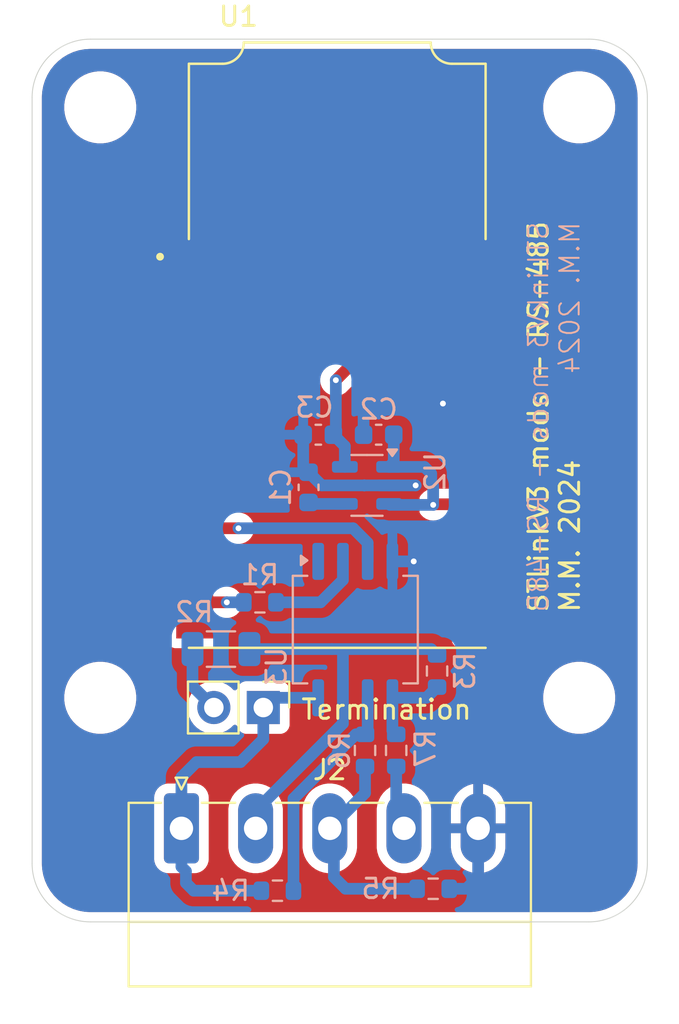
<source format=kicad_pcb>
(kicad_pcb (version 20240108) (generator "pcbnew") (generator_version "8.0")
  (layers (0 "F.Cu" signal) (31 "B.Cu" signal) (34 "B.Paste" user) (35 "F.Paste" user) (36 "B.SilkS" user "B.Silkscreen") (37 "F.SilkS" user "F.Silkscreen") (38 "B.Mask" user) (39 "F.Mask" user) (44 "Edge.Cuts" user))
  (net 0 "")
  (net 1 "GND")
  (net 2 "+5V")
  (net 3 "+3V3")
  (net 4 "Net-(J1-Pin_1)")
  (net 5 "Net-(J1-Pin_2)")
  (net 6 "Net-(J2-Pin_4)")
  (net 7 "Net-(J2-Pin_2)")
  (net 8 "Net-(J2-Pin_3)")
  (net 9 "RX")
  (net 10 "Net-(R1-Pad2)")
  (net 32 "TX")
  (net 34 "/MIC5205_BYPASS")
  (net 35 "Net-(U3-Y)")
  (net 36 "Net-(U3-Z)")
  (footprint "Connector_Phoenix_MC:PhoenixContact_MC_1,5_5-G-3.81_1x05_P3.81mm_Horizontal" (layer "F.Cu") (at 7.67 40.5)
    (property "Reference" "J2" (at 7.62 -3 0) (layer "F.SilkS"))
    (property "Value" "Conn_01x05_Pin")
    (fp_line (start -2.71 -1.31) (end -2.71 8.11) (stroke (width 0.12)) (layer "F.SilkS"))
    (fp_line (start -2.71 -1.31) (end -1.05 -1.31) (stroke (width 0.12)) (layer "F.SilkS"))
    (fp_line (start -2.71 4.8) (end 17.95 4.8) (stroke (width 0.12)) (layer "F.SilkS"))
    (fp_line (start -2.71 8.11) (end 17.95 8.11) (stroke (width 0.12)) (layer "F.SilkS"))
    (fp_line (start -0.3 -2.6) (end 0.3 -2.6) (stroke (width 0.12)) (layer "F.SilkS"))
    (fp_line (start 0 -2) (end -0.3 -2.6) (stroke (width 0.12)) (layer "F.SilkS"))
    (fp_line (start 0.3 -2.6) (end 0 -2) (stroke (width 0.12)) (layer "F.SilkS"))
    (fp_line (start 1.05 -1.31) (end 2.76 -1.31) (stroke (width 0.12)) (layer "F.SilkS"))
    (fp_line (start 4.86 -1.31) (end 6.57 -1.31) (stroke (width 0.12)) (layer "F.SilkS"))
    (fp_line (start 8.67 -1.31) (end 10.38 -1.31) (stroke (width 0.12)) (layer "F.SilkS"))
    (fp_line (start 12.48 -1.31) (end 14.19 -1.31) (stroke (width 0.12)) (layer "F.SilkS"))
    (fp_line (start 17.95 -1.31) (end 16.29 -1.31) (stroke (width 0.12)) (layer "F.SilkS"))
    (fp_line (start 17.95 8.11) (end 17.95 -1.31) (stroke (width 0.12)) (layer "F.SilkS"))
    (pad "1" thru_hole roundrect (at 0 0) (size 1.8 3.6) (drill 1.2) (layers "*.Cu" "*.Mask") (roundrect_rratio 0.138889) (net 4 "Net-(J1-Pin_1)"))
    (pad "2" thru_hole oval (at 3.81 0) (size 1.8 3.6) (drill 1.2) (layers "*.Cu" "*.Mask") (net 7 "Net-(J2-Pin_2)"))
    (pad "3" thru_hole oval (at 7.62 0) (size 1.8 3.6) (drill 1.2) (layers "*.Cu" "*.Mask") (net 8 "Net-(J2-Pin_3)"))
    (pad "4" thru_hole oval (at 11.43 0) (size 1.8 3.6) (drill 1.2) (layers "*.Cu" "*.Mask") (net 6 "Net-(J2-Pin_4)"))
    (pad "5" thru_hole oval (at 15.24 0) (size 1.8 3.6) (drill 1.2) (layers "*.Cu" "*.Mask") (net 1 "GND"))
  )
  (footprint "MountingHole:MountingHole_3.2mm_M3" (layer "F.Cu") (at 3.5 3.5)
    (property "Reference" "H1" (hide yes))
    (property "Value" "MountingHole")
    (pad "" np_thru_hole circle (at 0 0) (size 3.2 3.2) (drill 3.2) (layers "*.Cu" "*.Mask"))
  )
  (footprint "MountingHole:MountingHole_3.2mm_M3" (layer "F.Cu") (at 28.1 33.8)
    (property "Reference" "H4" (hide yes))
    (property "Value" "MountingHole")
    (pad "" np_thru_hole circle (at 0 0) (size 3.2 3.2) (drill 3.2) (layers "*.Cu" "*.Mask"))
  )
  (footprint "footprints:MODULE_STLINK-V3MODS" (layer "F.Cu") (at 15.6725 1.264)
    (property "Reference" "U1" (at -5.075 -2.425 0) (layer "F.SilkS"))
    (property "Value" "STLINK-V3MODS")
    (fp_line (start -7.62 0) (end -5.8928 0) (stroke (width 0.127)) (layer "F.SilkS"))
    (fp_line (start -7.62 8.9948) (end -7.62 0) (stroke (width 0.127)) (layer "F.SilkS"))
    (fp_line (start -7.62 29.972) (end 7.62 29.972) (stroke (width 0.127)) (layer "F.SilkS"))
    (fp_line (start -4.8006 -1.0922) (end 4.8006 -1.0922) (stroke (width 0.127)) (layer "F.SilkS"))
    (fp_line (start 5.8928 0) (end 7.62 0) (stroke (width 0.127)) (layer "F.SilkS"))
    (fp_line (start 7.62 8.9948) (end 7.62 0) (stroke (width 0.127)) (layer "F.SilkS"))
    (fp_arc (start -4.8006 -1.0922) (mid -5.120498 -0.319898) (end -5.8928 0) (stroke (width 0.127)) (layer "F.SilkS"))
    (fp_arc (start 5.8928 0) (mid 5.120498 -0.319898) (end 4.8006 -1.0922) (stroke (width 0.127)) (layer "F.SilkS"))
    (fp_circle (center -9.1 9.9) (end -9 9.9) (stroke (width 0.2)) (fill none) (layer "F.SilkS"))
    (pad "1" smd rect (at -7.32003 9.906) (size 1.89992 1.0701) (layers "F.Cu" "F.Paste" "F.Mask"))
    (pad "2" smd rect (at -7.32003 11.176) (size 1.89992 1.0701) (layers "F.Cu" "F.Paste" "F.Mask"))
    (pad "3" smd rect (at -7.32003 12.446) (size 1.89992 1.0701) (layers "F.Cu" "F.Paste" "F.Mask"))
    (pad "4" smd rect (at -7.32003 13.716) (size 1.89992 1.0701) (layers "F.Cu" "F.Paste" "F.Mask"))
    (pad "5" smd rect (at -7.32003 14.986) (size 1.89992 1.0701) (layers "F.Cu" "F.Paste" "F.Mask") (net 1 "GND"))
    (pad "6" smd rect (at -7.32003 16.256) (size 1.89992 1.0701) (layers "F.Cu" "F.Paste" "F.Mask"))
    (pad "7" smd rect (at -7.32003 17.526) (size 1.89992 1.0701) (layers "F.Cu" "F.Paste" "F.Mask"))
    (pad "8" smd rect (at -7.32003 18.796) (size 1.89992 1.0701) (layers "F.Cu" "F.Paste" "F.Mask") (net 1 "GND"))
    (pad "9" smd rect (at -7.32003 20.066) (size 1.89992 1.0701) (layers "F.Cu" "F.Paste" "F.Mask"))
    (pad "10" smd rect (at -7.32003 21.336) (size 1.89992 1.0701) (layers "F.Cu" "F.Paste" "F.Mask"))
    (pad "11" smd rect (at -7.32003 22.606) (size 1.89992 1.0701) (layers "F.Cu" "F.Paste" "F.Mask"))
    (pad "12" smd rect (at -7.32003 23.876) (size 1.89992 1.0701) (layers "F.Cu" "F.Paste" "F.Mask") (net 32 "TX"))
    (pad "13" smd rect (at -7.32003 25.146) (size 1.89992 1.0701) (layers "F.Cu" "F.Paste" "F.Mask"))
    (pad "14" smd rect (at -7.32003 26.416) (size 1.89992 1.0701) (layers "F.Cu" "F.Paste" "F.Mask"))
    (pad "15" smd rect (at -7.32003 27.686) (size 1.89992 1.0701) (layers "F.Cu" "F.Paste" "F.Mask") (net 9 "RX"))
    (pad "16" smd rect (at -7.32003 28.956) (size 1.89992 1.0701) (layers "F.Cu" "F.Paste" "F.Mask"))
    (pad "17" smd rect (at 7.32003 28.956 180) (size 1.89992 1.0701) (layers "F.Cu" "F.Paste" "F.Mask"))
    (pad "18" smd rect (at 7.32003 27.686 180) (size 1.89992 1.0701) (layers "F.Cu" "F.Paste" "F.Mask"))
    (pad "19" smd rect (at 7.32003 26.416 180) (size 1.89992 1.0701) (layers "F.Cu" "F.Paste" "F.Mask"))
    (pad "20" smd rect (at 7.32003 25.146 180) (size 1.89992 1.0701) (layers "F.Cu" "F.Paste" "F.Mask"))
    (pad "21" smd rect (at 7.32003 23.876 180) (size 1.89992 1.0701) (layers "F.Cu" "F.Paste" "F.Mask"))
    (pad "22" smd rect (at 7.32003 22.606 180) (size 1.89992 1.0701) (layers "F.Cu" "F.Paste" "F.Mask") (net 2 "+5V"))
    (pad "23" smd rect (at 7.32003 21.336 180) (size 1.89992 1.0701) (layers "F.Cu" "F.Paste" "F.Mask"))
    (pad "24" smd rect (at 7.32003 20.066 180) (size 1.89992 1.0701) (layers "F.Cu" "F.Paste" "F.Mask") (net 1 "GND"))
    (pad "25" smd rect (at 7.32003 18.796 180) (size 1.89992 1.0701) (layers "F.Cu" "F.Paste" "F.Mask"))
    (pad "26" smd rect (at 7.32003 17.526 180) (size 1.89992 1.0701) (layers "F.Cu" "F.Paste" "F.Mask") (net 1 "GND"))
    (pad "27" smd rect (at 7.32003 16.256 180) (size 1.89992 1.0701) (layers "F.Cu" "F.Paste" "F.Mask") (net 1 "GND"))
    (pad "28" smd rect (at 7.32003 14.986 180) (size 1.89992 1.0701) (layers "F.Cu" "F.Paste" "F.Mask"))
    (pad "29" smd rect (at 7.32003 13.716 180) (size 1.89992 1.0701) (layers "F.Cu" "F.Paste" "F.Mask") (net 1 "GND"))
    (pad "30" smd rect (at 7.32003 12.446 180) (size 1.89992 1.0701) (layers "F.Cu" "F.Paste" "F.Mask") (net 3 "+3V3"))
    (pad "31" smd rect (at 7.32003 11.176 180) (size 1.89992 1.0701) (layers "F.Cu" "F.Paste" "F.Mask"))
    (pad "32" smd rect (at 7.32003 9.906 180) (size 1.89992 1.0701) (layers "F.Cu" "F.Paste" "F.Mask"))
  )
  (footprint "MountingHole:MountingHole_3.2mm_M3" (layer "F.Cu") (at 3.5 33.8)
    (property "Reference" "H2" (hide yes))
    (property "Value" "MountingHole")
    (pad "" np_thru_hole circle (at 0 0) (size 3.2 3.2) (drill 3.2) (layers "*.Cu" "*.Mask"))
  )
  (footprint "MountingHole:MountingHole_3.2mm_M3" (layer "F.Cu") (at 28.1 3.5)
    (property "Reference" "H3" (hide yes))
    (property "Value" "MountingHole")
    (pad "" np_thru_hole circle (at 0 0) (size 3.2 3.2) (drill 3.2) (layers "*.Cu" "*.Mask"))
  )
  (footprint "Connector_PinHeader_2.54mm:PinHeader_1x02_P2.54mm_Vertical" (layer "F.Cu") (at 11.875 34.3 -90)
    (property "Reference" "J1" (hide yes))
    (property "Value" "Termination" (at 0.1 -6.325 180) (layer "F.SilkS"))
    (fp_line (start -1.33 3.87) (end 1.33 3.87) (stroke (width 0.12)) (layer "F.SilkS"))
    (fp_line (start -1.33 1.27) (end -1.33 3.87) (stroke (width 0.12)) (layer "F.SilkS"))
    (fp_line (start -1.33 1.27) (end 1.33 1.27) (stroke (width 0.12)) (layer "F.SilkS"))
    (fp_line (start 1.33 1.27) (end 1.33 3.87) (stroke (width 0.12)) (layer "F.SilkS"))
    (fp_line (start -1.33 0) (end -1.33 -1.33) (stroke (width 0.12)) (layer "F.SilkS"))
    (fp_line (start -1.33 -1.33) (end 0 -1.33) (stroke (width 0.12)) (layer "F.SilkS"))
    (pad "1" thru_hole rect (at 0 0 270) (size 1.7 1.7) (drill 1) (layers "*.Cu" "*.Mask") (net 4 "Net-(J1-Pin_1)"))
    (pad "2" thru_hole oval (at 0 2.54 270) (size 1.7 1.7) (drill 1) (layers "*.Cu" "*.Mask") (net 5 "Net-(J1-Pin_2)"))
  )
  (footprint "Resistor_SMD:R_0603_1608Metric" (layer "B.Cu") (at 11.7 28.9)
    (property "Reference" "R1" (at 0 -1.4 0) (layer "B.SilkS") (effects (justify mirror)))
    (property "Value" "33")
    (fp_line (start 0.237258 -0.5225) (end -0.237258 -0.5225) (stroke (width 0.12)) (layer "B.SilkS"))
    (fp_line (start 0.237258 0.5225) (end -0.237258 0.5225) (stroke (width 0.12)) (layer "B.SilkS"))
    (pad "1" smd roundrect (at -0.825 0) (size 0.8 0.95) (layers "B.Cu" "B.Paste" "B.Mask") (net 9 "RX"))
    (pad "2" smd roundrect (at 0.825 0) (size 0.8 0.95) (layers "B.Cu" "B.Paste" "B.Mask") (net 10 "Net-(R1-Pad2)"))
  )
  (footprint "Resistor_SMD:R_1206_3216Metric" (layer "B.Cu") (at 9.7 31.3 180)
    (property "Reference" "R2" (at 1.375 1.9 0) (layer "B.SilkS") (effects (justify mirror)))
    (property "Value" "120")
    (fp_line (start 0.727064 0.91) (end -0.727064 0.91) (stroke (width 0.12)) (layer "B.SilkS"))
    (fp_line (start 0.727064 -0.91) (end -0.727064 -0.91) (stroke (width 0.12)) (layer "B.SilkS"))
    (pad "1" smd roundrect (at -1.4625 0 180) (size 1.125 1.75) (layers "B.Cu" "B.Paste" "B.Mask") (roundrect_rratio 0.222222) (net 7 "Net-(J2-Pin_2)"))
    (pad "2" smd roundrect (at 1.4625 0 180) (size 1.125 1.75) (layers "B.Cu" "B.Paste" "B.Mask") (roundrect_rratio 0.222222) (net 5 "Net-(J1-Pin_2)"))
  )
  (footprint "Resistor_SMD:R_0603_1608Metric" (layer "B.Cu") (at 20.8 32.425 90)
    (property "Reference" "R3" (at 0 1.43 90) (layer "B.SilkS") (effects (justify mirror)))
    (property "Value" "0")
    (fp_line (start 0.237258 -0.5225) (end -0.237258 -0.5225) (stroke (width 0.12)) (layer "B.SilkS"))
    (fp_line (start 0.237258 0.5225) (end -0.237258 0.5225) (stroke (width 0.12)) (layer "B.SilkS"))
    (pad "1" smd roundrect (at -0.825 0 90) (size 0.8 0.95) (layers "B.Cu" "B.Paste" "B.Mask") (net 35 "Net-(U3-Y)"))
    (pad "2" smd roundrect (at 0.825 0 90) (size 0.8 0.95) (layers "B.Cu" "B.Paste" "B.Mask") (net 7 "Net-(J2-Pin_2)"))
  )
  (footprint "Capacitor_SMD:C_0603_1608Metric" (layer "B.Cu") (at 14.7 20.3)
    (property "Reference" "C3" (at -0.2 -1.4 0) (layer "B.SilkS") (effects (justify mirror)))
    (property "Value" "100nF")
    (fp_line (start 0.14058 -0.51) (end -0.14058 -0.51) (stroke (width 0.12)) (layer "B.SilkS"))
    (fp_line (start 0.14058 0.51) (end -0.14058 0.51) (stroke (width 0.12)) (layer "B.SilkS"))
    (pad "1" smd roundrect (at -0.775 0) (size 0.9 0.95) (layers "B.Cu" "B.Paste" "B.Mask") (net 1 "GND"))
    (pad "2" smd roundrect (at 0.775 0) (size 0.9 0.95) (layers "B.Cu" "B.Paste" "B.Mask") (net 3 "+3V3"))
  )
  (footprint "Capacitor_SMD:C_0603_1608Metric" (layer "B.Cu") (at 17.8 20.3)
    (property "Reference" "C2" (at 0 -1.3 0) (layer "B.SilkS") (effects (justify mirror)))
    (property "Value" "100nF")
    (fp_line (start 0.14058 -0.51) (end -0.14058 -0.51) (stroke (width 0.12)) (layer "B.SilkS"))
    (fp_line (start 0.14058 0.51) (end -0.14058 0.51) (stroke (width 0.12)) (layer "B.SilkS"))
    (pad "1" smd roundrect (at -0.775 0) (size 0.9 0.95) (layers "B.Cu" "B.Paste" "B.Mask") (net 1 "GND"))
    (pad "2" smd roundrect (at 0.775 0) (size 0.9 0.95) (layers "B.Cu" "B.Paste" "B.Mask") (net 2 "+5V"))
  )
  (footprint "Package_SO:SO-8_5.3x6.2mm_P1.27mm" (layer "B.Cu") (at 16.6 30.3 -90)
    (property "Reference" "U3" (at 1.9 4.05 90) (layer "B.SilkS") (effects (justify mirror)))
    (property "Value" "ISL83488IBZ-T")
    (fp_line (start -2.76 3.21) (end 0 3.21) (stroke (width 0.12)) (layer "B.SilkS"))
    (fp_line (start 2.76 3.21) (end 0 3.21) (stroke (width 0.12)) (layer "B.SilkS"))
    (fp_line (start -2.76 2.465) (end -2.76 3.21) (stroke (width 0.12)) (layer "B.SilkS"))
    (fp_line (start 2.76 2.465) (end 2.76 3.21) (stroke (width 0.12)) (layer "B.SilkS"))
    (fp_line (start -2.76 -2.465) (end -2.76 -3.21) (stroke (width 0.12)) (layer "B.SilkS"))
    (fp_line (start 2.76 -2.465) (end 2.76 -3.21) (stroke (width 0.12)) (layer "B.SilkS"))
    (fp_line (start -2.76 -3.21) (end 0 -3.21) (stroke (width 0.12)) (layer "B.SilkS"))
    (fp_line (start 2.76 -3.21) (end 0 -3.21) (stroke (width 0.12)) (layer "B.SilkS"))
    (fp_poly (pts (xy -3.55 2.465) (xy -3.79 2.795) (xy -3.31 2.795) (xy -3.55 2.465)) (stroke (width 0.12)) (fill solid) (layer "B.SilkS"))
    (pad "1" smd roundrect (at -3.5 1.905 270) (size 1.9 0.6) (layers "B.Cu" "B.Paste" "B.Mask") (net 3 "+3V3"))
    (pad "2" smd roundrect (at -3.5 0.635 270) (size 1.9 0.6) (layers "B.Cu" "B.Paste" "B.Mask") (net 10 "Net-(R1-Pad2)"))
    (pad "3" smd roundrect (at -3.5 -0.635 270) (size 1.9 0.6) (layers "B.Cu" "B.Paste" "B.Mask") (net 32 "TX"))
    (pad "4" smd roundrect (at -3.5 -1.905 270) (size 1.9 0.6) (layers "B.Cu" "B.Paste" "B.Mask") (net 1 "GND"))
    (pad "5" smd roundrect (at 3.5 -1.905 270) (size 1.9 0.6) (layers "B.Cu" "B.Paste" "B.Mask") (net 35 "Net-(U3-Y)"))
    (pad "6" smd roundrect (at 3.5 -0.635 270) (size 1.9 0.6) (layers "B.Cu" "B.Paste" "B.Mask") (net 36 "Net-(U3-Z)"))
    (pad "7" smd roundrect (at 3.5 0.635 270) (size 1.9 0.6) (layers "B.Cu" "B.Paste" "B.Mask") (net 7 "Net-(J2-Pin_2)"))
    (pad "8" smd roundrect (at 3.5 1.905 270) (size 1.9 0.6) (layers "B.Cu" "B.Paste" "B.Mask") (net 4 "Net-(J1-Pin_1)"))
  )
  (footprint "Resistor_SMD:R_0603_1608Metric" (layer "B.Cu") (at 17.1 36.5 -90)
    (property "Reference" "R6" (at 0 1.3 90) (layer "B.SilkS") (effects (justify mirror)))
    (property "Value" "0")
    (fp_line (start 0.237258 0.5225) (end -0.237258 0.5225) (stroke (width 0.12)) (layer "B.SilkS"))
    (fp_line (start 0.237258 -0.5225) (end -0.237258 -0.5225) (stroke (width 0.12)) (layer "B.SilkS"))
    (pad "1" smd roundrect (at -0.825 0 270) (size 0.8 0.95) (layers "B.Cu" "B.Paste" "B.Mask") (net 36 "Net-(U3-Z)"))
    (pad "2" smd roundrect (at 0.825 0 270) (size 0.8 0.95) (layers "B.Cu" "B.Paste" "B.Mask") (net 8 "Net-(J2-Pin_3)"))
  )
  (footprint "Package_TO_SOT_SMD:SOT-23-5" (layer "B.Cu") (at 17.2 22.9 180)
    (property "Reference" "U2" (at -3.5 0.7 -90) (layer "B.SilkS") (effects (justify mirror)))
    (property "Value" "MIC5205-3.3YM5")
    (fp_line (start 0.8 1.56) (end 0 1.56) (stroke (width 0.12)) (layer "B.SilkS"))
    (fp_line (start 0.8 -1.56) (end 0 -1.56) (stroke (width 0.12)) (layer "B.SilkS"))
    (fp_line (start -0.8 1.56) (end 0 1.56) (stroke (width 0.12)) (layer "B.SilkS"))
    (fp_line (start -0.8 -1.56) (end 0 -1.56) (stroke (width 0.12)) (layer "B.SilkS"))
    (fp_poly (pts (xy -1.3 1.51) (xy -1.54 1.84) (xy -1.06 1.84) (xy -1.3 1.51)) (stroke (width 0.12)) (fill solid) (layer "B.SilkS"))
    (pad "1" smd roundrect (at -1.1375 0.95 180) (size 1.325 0.6) (layers "B.Cu" "B.Paste" "B.Mask") (net 2 "+5V"))
    (pad "2" smd roundrect (at -1.1375 0 180) (size 1.325 0.6) (layers "B.Cu" "B.Paste" "B.Mask") (net 1 "GND"))
    (pad "3" smd roundrect (at -1.1375 -0.95 180) (size 1.325 0.6) (layers "B.Cu" "B.Paste" "B.Mask") (net 2 "+5V"))
    (pad "4" smd roundrect (at 1.1375 -0.95 180) (size 1.325 0.6) (layers "B.Cu" "B.Paste" "B.Mask") (net 34 "/MIC5205_BYPASS"))
    (pad "5" smd roundrect (at 1.1375 0.95 180) (size 1.325 0.6) (layers "B.Cu" "B.Paste" "B.Mask") (net 3 "+3V3"))
  )
  (footprint "Resistor_SMD:R_0603_1608Metric" (layer "B.Cu") (at 20.6 43.6)
    (property "Reference" "R5" (at -2.7 0 0) (layer "B.SilkS") (effects (justify mirror)))
    (property "Value" "0")
    (fp_line (start 0.237258 -0.5225) (end -0.237258 -0.5225) (stroke (width 0.12)) (layer "B.SilkS"))
    (fp_line (start 0.237258 0.5225) (end -0.237258 0.5225) (stroke (width 0.12)) (layer "B.SilkS"))
    (pad "1" smd roundrect (at -0.825 0) (size 0.8 0.95) (layers "B.Cu" "B.Paste" "B.Mask") (net 1 "GND"))
    (pad "2" smd roundrect (at 0.825 0) (size 0.8 0.95) (layers "B.Cu" "B.Paste" "B.Mask") (net 8 "Net-(J2-Pin_3)"))
  )
  (footprint "Resistor_SMD:R_0603_1608Metric" (layer "B.Cu") (at 12.6 43.7 180)
    (property "Reference" "R4" (at 2.4 0 0) (layer "B.SilkS") (effects (justify mirror)))
    (property "Value" "0")
    (fp_line (start 0.237258 0.5225) (end -0.237258 0.5225) (stroke (width 0.12)) (layer "B.SilkS"))
    (fp_line (start 0.237258 -0.5225) (end -0.237258 -0.5225) (stroke (width 0.12)) (layer "B.SilkS"))
    (pad "1" smd roundrect (at -0.825 0 180) (size 0.8 0.95) (layers "B.Cu" "B.Paste" "B.Mask") (net 36 "Net-(U3-Z)"))
    (pad "2" smd roundrect (at 0.825 0 180) (size 0.8 0.95) (layers "B.Cu" "B.Paste" "B.Mask") (net 4 "Net-(J1-Pin_1)"))
  )
  (footprint "Resistor_SMD:R_0603_1608Metric" (layer "B.Cu") (at 18.7 36.5 -90)
    (property "Reference" "R7" (at -0.1 -1.5 90) (layer "B.SilkS") (effects (justify mirror)))
    (property "Value" "0")
    (fp_line (start 0.237258 0.5225) (end -0.237258 0.5225) (stroke (width 0.12)) (layer "B.SilkS"))
    (fp_line (start 0.237258 -0.5225) (end -0.237258 -0.5225) (stroke (width 0.12)) (layer "B.SilkS"))
    (pad "1" smd roundrect (at -0.825 0 270) (size 0.8 0.95) (layers "B.Cu" "B.Paste" "B.Mask") (net 35 "Net-(U3-Y)"))
    (pad "2" smd roundrect (at 0.825 0 270) (size 0.8 0.95) (layers "B.Cu" "B.Paste" "B.Mask") (net 6 "Net-(J2-Pin_4)"))
  )
  (footprint "Capacitor_SMD:C_0603_1608Metric" (layer "B.Cu") (at 14.2 23 -90)
    (property "Reference" "C1" (at 0 1.43 90) (layer "B.SilkS") (effects (justify mirror)))
    (property "Value" "470pF")
    (fp_line (start 0.14058 0.51) (end -0.14058 0.51) (stroke (width 0.12)) (layer "B.SilkS"))
    (fp_line (start 0.14058 -0.51) (end -0.14058 -0.51) (stroke (width 0.12)) (layer "B.SilkS"))
    (pad "1" smd roundrect (at -0.775 0 270) (size 0.9 0.95) (layers "B.Cu" "B.Paste" "B.Mask") (net 1 "GND"))
    (pad "2" smd roundrect (at 0.775 0 270) (size 0.9 0.95) (layers "B.Cu" "B.Paste" "B.Mask") (net 34 "/MIC5205_BYPASS"))
  )
  (gr_line (start 31.6 42.3) (end 31.6 3) (stroke (width 0.05)) (layer "Edge.Cuts"))
  (gr_arc (start 3 45.3) (mid 0.87868 44.42132) (end 0 42.3) (stroke (width 0.05)) (layer "Edge.Cuts"))
  (gr_arc (start 0 3) (mid 0.87868 0.87868) (end 3 0) (stroke (width 0.05)) (layer "Edge.Cuts"))
  (gr_line (start 3 0) (end 28.6 0) (stroke (width 0.05)) (layer "Edge.Cuts"))
  (gr_arc (start 31.6 42.3) (mid 30.72132 44.42132) (end 28.6 45.3) (stroke (width 0.05)) (layer "Edge.Cuts"))
  (gr_line (start 0 42.3) (end 0 3) (stroke (width 0.05)) (layer "Edge.Cuts"))
  (gr_line (start 3 45.3) (end 28.6 45.3) (stroke (width 0.05)) (layer "Edge.Cuts"))
  (gr_arc (start 28.6 0) (mid 30.72132 0.87868) (end 31.6 3) (stroke (width 0.05)) (layer "Edge.Cuts"))
  (gr_text "STLinkV3 mods - RS-485\nM.M. 2024" (at 28.2 9.3 90) (layer "B.SilkS") (effects (font (size 1 1) (thickness 0.1)) (justify left bottom mirror)))
  (gr_text "STLinkV3 mods - RS-485\nM.M. 2024" (at 28.2 29.5 90) (layer "F.SilkS") (effects (font (size 1 1)) (justify left bottom)))
  (segment (start 22.99253 18.79) (end 22.99253 17.52) (width 0.6) (layer "F.Cu") (net 1))
  (segment (start 22.99253 14.98) (end 21.77752 14.98) (width 0.6) (layer "F.Cu") (net 1))
  (segment (start 21.77752 14.98) (end 21.1 15.65752) (width 0.6) (layer "F.Cu") (net 1))
  (segment (start 19.74 20.06) (end 21.1 18.7) (width 0.6) (layer "F.Cu") (net 1))
  (segment (start 8.35247 20.06) (end 11.7 20.06) (width 0.6) (layer "F.Cu") (net 1))
  (segment (start 11.7 17.1) (end 11.7 20.06) (width 0.6) (layer "F.Cu") (net 1))
  (segment (start 19.6 23) (end 19.7 22.9) (width 0.6) (layer "F.Cu") (net 1))
  (segment (start 19.7 22.9) (end 21.27 21.33) (width 0.6) (layer "F.Cu") (net 1))
  (segment (start 21.27 21.33) (end 22.99253 21.33) (width 0.6) (layer "F.Cu") (net 1))
  (segment (start 10.85 16.25) (end 11.7 17.1) (width 0.6) (layer "F.Cu") (net 1))
  (segment (start 8.35247 16.25) (end 10.85 16.25) (width 0.6) (layer "F.Cu") (net 1))
  (segment (start 21.1 18.7) (end 22.90253 18.7) (width 0.6) (layer "F.Cu") (net 1))
  (segment (start 19.6 26.8) (end 19.6 23) (width 0.6) (layer "F.Cu") (net 1))
  (segment (start 21.1 15.65752) (end 21.1 18.7) (width 0.6) (layer "F.Cu") (net 1))
  (segment (start 22.90253 18.7) (end 22.99253 18.79) (width 0.6) (layer "F.Cu") (net 1))
  (segment (start 11.7 20.06) (end 19.74 20.06) (width 0.6) (layer "F.Cu") (net 1))
  (via (at 19.6 26.8) (size 0.6) (drill 0.3) (layers "F.Cu" "B.Cu") (net 1))
  (via (at 19.7 22.9) (size 0.6) (drill 0.3) (layers "F.Cu" "B.Cu") (net 1))
  (via (at 21.1 18.7) (size 0.6) (drill 0.3) (layers "F.Cu" "B.Cu") (net 1))
  (segment (start 18.3375 22.9) (end 14.875 22.9) (width 0.6) (layer "B.Cu") (net 1))
  (segment (start 18.505 26.8) (end 19.6 26.8) (width 0.6) (layer "B.Cu") (net 1))
  (segment (start 14.875 22.9) (end 14.2 22.225) (width 0.6) (layer "B.Cu") (net 1))
  (segment (start 13.925 21.95) (end 14.2 22.225) (width 0.6) (layer "B.Cu") (net 1))
  (segment (start 22.91 42.99) (end 22.91 40.5) (width 0.6) (layer "B.Cu") (net 1))
  (segment (start 17.025 19.375) (end 17.7 18.7) (width 0.6) (layer "B.Cu") (net 1))
  (segment (start 13.925 20.3) (end 13.925 21.95) (width 0.6) (layer "B.Cu") (net 1))
  (segment (start 22.3 43.6) (end 22.91 42.99) (width 0.6) (layer "B.Cu") (net 1))
  (segment (start 21.425 43.6) (end 22.3 43.6) (width 0.6) (layer "B.Cu") (net 1))
  (segment (start 17.7 18.7) (end 21.1 18.7) (width 0.6) (layer "B.Cu") (net 1))
  (segment (start 17.025 20.3) (end 17.025 19.375) (width 0.6) (layer "B.Cu") (net 1))
  (segment (start 18.3375 22.9) (end 19.7 22.9) (width 0.6) (layer "B.Cu") (net 1))
  (segment (start 20.63 23.87) (end 20.6 23.9) (width 0.6) (layer "F.Cu") (net 2))
  (segment (start 22.99253 23.87) (end 20.63 23.87) (width 0.6) (layer "F.Cu") (net 2))
  (via (at 20.6 23.9) (size 0.6) (drill 0.3) (layers "F.Cu" "B.Cu") (net 2))
  (segment (start 20.6 22.9) (end 20.6 23.9) (width 0.6) (layer "B.Cu") (net 2))
  (segment (start 20.15 21.95) (end 20.5 22.3) (width 0.6) (layer "B.Cu") (net 2))
  (segment (start 18.3875 23.9) (end 18.3375 23.85) (width 0.6) (layer "B.Cu") (net 2))
  (segment (start 18.3375 21.95) (end 20.15 21.95) (width 0.6) (layer "B.Cu") (net 2))
  (segment (start 18.575 21.7125) (end 18.3375 21.95) (width 0.6) (layer "B.Cu") (net 2))
  (segment (start 20.5 22.8) (end 20.6 22.9) (width 0.6) (layer "B.Cu") (net 2))
  (segment (start 20.5 22.3) (end 20.5 22.8) (width 0.6) (layer "B.Cu") (net 2))
  (segment (start 20.6 23.9) (end 18.3875 23.9) (width 0.6) (layer "B.Cu") (net 2))
  (segment (start 18.575 20.3) (end 18.575 21.7125) (width 0.6) (layer "B.Cu") (net 2))
  (segment (start 19.39 13.71) (end 15.6 17.5) (width 0.6) (layer "F.Cu") (net 3))
  (segment (start 22.99253 13.71) (end 19.39 13.71) (width 0.6) (layer "F.Cu") (net 3))
  (via (at 15.6 17.5) (size 0.6) (drill 0.3) (layers "F.Cu" "B.Cu") (net 3))
  (segment (start 16.0625 21.95) (end 16.0625 20.8875) (width 0.6) (layer "B.Cu") (net 3))
  (segment (start 15.6 20.175) (end 15.475 20.3) (width 0.6) (layer "B.Cu") (net 3))
  (segment (start 15.6 17.5) (end 15.6 20.175) (width 0.6) (layer "B.Cu") (net 3))
  (segment (start 16.0625 20.8875) (end 15.475 20.3) (width 0.6) (layer "B.Cu") (net 3))
  (segment (start 7.67 42.47) (end 7.67 40.5) (width 0.6) (layer "B.Cu") (net 4))
  (segment (start 14.695 33.8) (end 12.375 33.8) (width 0.6) (layer "B.Cu") (net 4))
  (segment (start 8.3 43.7) (end 7.9 43.3) (width 0.6) (layer "B.Cu") (net 4))
  (segment (start 8.444189 37.1) (end 10.7 37.1) (width 0.6) (layer "B.Cu") (net 4))
  (segment (start 7.67 37.874189) (end 8.444189 37.1) (width 0.6) (layer "B.Cu") (net 4))
  (segment (start 7.9 42.7) (end 7.67 42.47) (width 0.6) (layer "B.Cu") (net 4))
  (segment (start 10.7 37.1) (end 11.875 35.925) (width 0.6) (layer "B.Cu") (net 4))
  (segment (start 7.9 43.3) (end 7.9 42.7) (width 0.6) (layer "B.Cu") (net 4))
  (segment (start 12.375 33.8) (end 11.875 34.3) (width 0.6) (layer "B.Cu") (net 4))
  (segment (start 11.875 35.925) (end 11.875 34.3) (width 0.6) (layer "B.Cu") (net 4))
  (segment (start 11.775 43.7) (end 8.3 43.7) (width 0.6) (layer "B.Cu") (net 4))
  (segment (start 7.67 40.5) (end 7.67 37.874189) (width 0.6) (layer "B.Cu") (net 4))
  (segment (start 8.2375 31.3) (end 8.2375 33.2025) (width 0.6) (layer "B.Cu") (net 5))
  (segment (start 8.2375 33.2025) (end 9.335 34.3) (width 0.6) (layer "B.Cu") (net 5))
  (segment (start 18.7 40.1) (end 19.1 40.5) (width 0.6) (layer "B.Cu") (net 6))
  (segment (start 18.7 37.325) (end 18.7 40.1) (width 0.6) (layer "B.Cu") (net 6))
  (segment (start 11.48 40.5) (end 11.48 39.6) (width 0.6) (layer "B.Cu") (net 7))
  (segment (start 20.5 31.3) (end 15.4 31.3) (width 0.6) (layer "B.Cu") (net 7))
  (segment (start 15.965 31.335) (end 15.965 33.8) (width 0.6) (layer "B.Cu") (net 7))
  (segment (start 11.48 39.6) (end 15.965 35.115) (width 0.6) (layer "B.Cu") (net 7))
  (segment (start 15.965 35.115) (end 15.965 33.8) (width 0.6) (layer "B.Cu") (net 7))
  (segment (start 10.9375 31.3) (end 15.4 31.3) (width 0.6) (layer "B.Cu") (net 7))
  (segment (start 20.8 31.6) (end 20.5 31.3) (width 0.6) (layer "B.Cu") (net 7))
  (segment (start 15.5 40.71) (end 15.29 40.5) (width 0.6) (layer "B.Cu") (net 8))
  (segment (start 19.775 43.6) (end 16.1 43.6) (width 0.6) (layer "B.Cu") (net 8))
  (segment (start 16.1 43.6) (end 15.5 43) (width 0.6) (layer "B.Cu") (net 8))
  (segment (start 15.5 43) (end 15.5 40.71) (width 0.6) (layer "B.Cu") (net 8))
  (segment (start 17.1 38.69) (end 15.29 40.5) (width 0.6) (layer "B.Cu") (net 8))
  (segment (start 17.1 37.325) (end 17.1 38.69) (width 0.6) (layer "B.Cu") (net 8))
  (segment (start 10 28.9) (end 8.40247 28.9) (width 0.6) (layer "F.Cu") (net 9))
  (segment (start 8.40247 28.9) (end 8.35247 28.95) (width 0.6) (layer "F.Cu") (net 9))
  (via (at 10 28.9) (size 0.6) (drill 0.3) (layers "F.Cu" "B.Cu") (net 9))
  (segment (start 10.875 28.9) (end 10 28.9) (width 0.6) (layer "B.Cu") (net 9))
  (segment (start 12.525 28.9) (end 14.814999 28.9) (width 0.6) (layer "B.Cu") (net 10))
  (segment (start 14.814999 28.9) (end 15.965 27.749999) (width 0.6) (layer "B.Cu") (net 10))
  (segment (start 15.965 27.749999) (end 15.965 26.8) (width 0.6) (layer "B.Cu") (net 10))
  (segment (start 10.6 25.1) (end 8.39247 25.1) (width 0.6) (layer "F.Cu") (net 32))
  (segment (start 8.39247 25.1) (end 8.35247 25.14) (width 0.6) (layer "F.Cu") (net 32))
  (via (at 10.6 25.1) (size 0.6) (drill 0.3) (layers "F.Cu" "B.Cu") (net 32))
  (segment (start 16.484999 25.1) (end 10.6 25.1) (width 0.6) (layer "B.Cu") (net 32))
  (segment (start 17.235 26.8) (end 17.235 25.850001) (width 0.6) (layer "B.Cu") (net 32))
  (segment (start 17.235 25.850001) (end 16.484999 25.1) (width 0.6) (layer "B.Cu") (net 32))
  (segment (start 16.0625 23.85) (end 14.275 23.85) (width 0.6) (layer "B.Cu") (net 34))
  (segment (start 14.275 23.85) (end 14.2 23.775) (width 0.6) (layer "B.Cu") (net 34))
  (segment (start 18.505 33.8) (end 18.505 35.48) (width 0.6) (layer "B.Cu") (net 35))
  (segment (start 20.25 33.8) (end 20.8 33.25) (width 0.6) (layer "B.Cu") (net 35))
  (segment (start 18.505 33.8) (end 20.25 33.8) (width 0.6) (layer "B.Cu") (net 35))
  (segment (start 18.505 35.48) (end 18.7 35.675) (width 0.6) (layer "B.Cu") (net 35))
  (segment (start 16.625 35.675) (end 17.1 35.675) (width 0.6) (layer "B.Cu") (net 36))
  (segment (start 15.7 36.6) (end 16.625 35.675) (width 0.6) (layer "B.Cu") (net 36))
  (segment (start 15.7 36.7) (end 15.7 36.6) (width 0.6) (layer "B.Cu") (net 36))
  (segment (start 13.425 43.7) (end 13.425 38.975) (width 0.6) (layer "B.Cu") (net 36))
  (segment (start 17.235 35.54) (end 17.1 35.675) (width 0.6) (layer "B.Cu") (net 36))
  (segment (start 13.425 38.975) (end 15.7 36.7) (width 0.6) (layer "B.Cu") (net 36))
  (segment (start 17.235 33.8) (end 17.235 35.54) (width 0.6) (layer "B.Cu") (net 36))
  (zone (net 1) (net_name "GND") (layers "F&B.Cu") (connect_pads (clearance 0.5)) (min_thickness 0.25) (fill yes (thermal_gap 0.5) (thermal_bridge_width 0.5))
    (polygon (pts (arc (start 31.6 42.3) (mid 30.72132 44.42132) (end 28.6 45.3)) (arc (start 3 45.3) (mid 0.87868 44.42132) (end 0 42.3)) (arc (start 0 3) (mid 0.87868 0.87868) (end 3 0)) (arc (start 28.6 0) (mid 30.72132 0.87868) (end 31.6 3))))
  )
)
</source>
